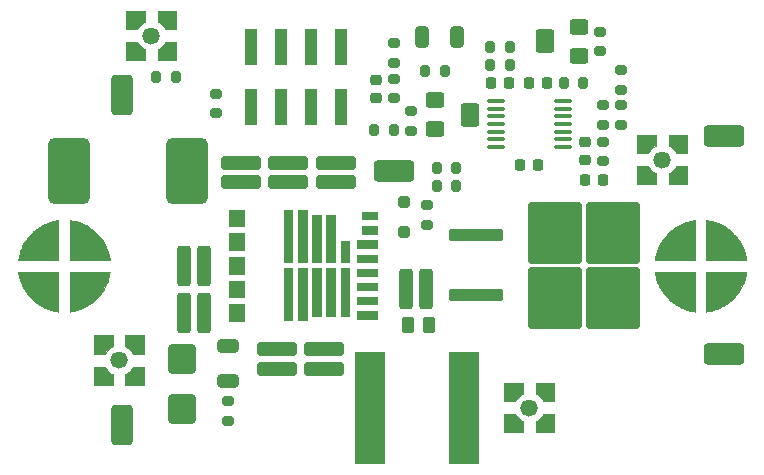
<source format=gbr>
%TF.GenerationSoftware,KiCad,Pcbnew,9.0.6*%
%TF.CreationDate,2026-02-02T20:30:55-05:00*%
%TF.ProjectId,Modular_Load,4d6f6475-6c61-4725-9f4c-6f61642e6b69,rev?*%
%TF.SameCoordinates,Original*%
%TF.FileFunction,Paste,Top*%
%TF.FilePolarity,Positive*%
%FSLAX46Y46*%
G04 Gerber Fmt 4.6, Leading zero omitted, Abs format (unit mm)*
G04 Created by KiCad (PCBNEW 9.0.6) date 2026-02-02 20:30:55*
%MOMM*%
%LPD*%
G01*
G04 APERTURE LIST*
G04 Aperture macros list*
%AMRoundRect*
0 Rectangle with rounded corners*
0 $1 Rounding radius*
0 $2 $3 $4 $5 $6 $7 $8 $9 X,Y pos of 4 corners*
0 Add a 4 corners polygon primitive as box body*
4,1,4,$2,$3,$4,$5,$6,$7,$8,$9,$2,$3,0*
0 Add four circle primitives for the rounded corners*
1,1,$1+$1,$2,$3*
1,1,$1+$1,$4,$5*
1,1,$1+$1,$6,$7*
1,1,$1+$1,$8,$9*
0 Add four rect primitives between the rounded corners*
20,1,$1+$1,$2,$3,$4,$5,0*
20,1,$1+$1,$4,$5,$6,$7,0*
20,1,$1+$1,$6,$7,$8,$9,0*
20,1,$1+$1,$8,$9,$2,$3,0*%
G04 Aperture macros list end*
%ADD10C,0.001000*%
%ADD11C,0.010000*%
%ADD12C,0.000000*%
%ADD13RoundRect,0.250000X-0.337500X-1.450000X0.337500X-1.450000X0.337500X1.450000X-0.337500X1.450000X0*%
%ADD14RoundRect,0.225000X-0.250000X0.225000X-0.250000X-0.225000X0.250000X-0.225000X0.250000X0.225000X0*%
%ADD15C,1.470000*%
%ADD16RoundRect,0.200000X0.200000X0.275000X-0.200000X0.275000X-0.200000X-0.275000X0.200000X-0.275000X0*%
%ADD17RoundRect,0.200000X-0.275000X0.200000X-0.275000X-0.200000X0.275000X-0.200000X0.275000X0.200000X0*%
%ADD18RoundRect,0.500000X-1.250000X-2.300000X1.250000X-2.300000X1.250000X2.300000X-1.250000X2.300000X0*%
%ADD19RoundRect,0.250000X1.450000X0.650000X-1.450000X0.650000X-1.450000X-0.650000X1.450000X-0.650000X0*%
%ADD20RoundRect,0.250000X-0.650000X0.325000X-0.650000X-0.325000X0.650000X-0.325000X0.650000X0.325000X0*%
%ADD21RoundRect,0.200000X-0.200000X-0.275000X0.200000X-0.275000X0.200000X0.275000X-0.200000X0.275000X0*%
%ADD22RoundRect,0.250000X0.550000X-0.400000X0.550000X0.400000X-0.550000X0.400000X-0.550000X-0.400000X0*%
%ADD23RoundRect,0.250000X0.550000X-0.750000X0.550000X0.750000X-0.550000X0.750000X-0.550000X-0.750000X0*%
%ADD24RoundRect,0.250000X-1.450000X0.337500X-1.450000X-0.337500X1.450000X-0.337500X1.450000X0.337500X0*%
%ADD25RoundRect,0.250000X-2.025000X-2.375000X2.025000X-2.375000X2.025000X2.375000X-2.025000X2.375000X0*%
%ADD26RoundRect,0.275000X-2.025000X-0.275000X2.025000X-0.275000X2.025000X0.275000X-2.025000X0.275000X0*%
%ADD27RoundRect,0.250000X1.450000X-0.337500X1.450000X0.337500X-1.450000X0.337500X-1.450000X-0.337500X0*%
%ADD28RoundRect,0.225000X0.225000X0.250000X-0.225000X0.250000X-0.225000X-0.250000X0.225000X-0.250000X0*%
%ADD29RoundRect,0.225000X-0.225000X-0.250000X0.225000X-0.250000X0.225000X0.250000X-0.225000X0.250000X0*%
%ADD30RoundRect,0.100000X0.637500X0.100000X-0.637500X0.100000X-0.637500X-0.100000X0.637500X-0.100000X0*%
%ADD31RoundRect,0.200000X0.275000X-0.200000X0.275000X0.200000X-0.275000X0.200000X-0.275000X-0.200000X0*%
%ADD32RoundRect,0.250000X-0.650000X1.450000X-0.650000X-1.450000X0.650000X-1.450000X0.650000X1.450000X0*%
%ADD33R,1.000000X3.150000*%
%ADD34R,2.500000X9.500000*%
%ADD35RoundRect,0.250000X-0.250000X0.250000X-0.250000X-0.250000X0.250000X-0.250000X0.250000X0.250000X0*%
%ADD36RoundRect,0.250000X-0.325000X-0.650000X0.325000X-0.650000X0.325000X0.650000X-0.325000X0.650000X0*%
%ADD37RoundRect,0.250000X-0.900000X1.000000X-0.900000X-1.000000X0.900000X-1.000000X0.900000X1.000000X0*%
%ADD38RoundRect,0.250000X0.262500X0.450000X-0.262500X0.450000X-0.262500X-0.450000X0.262500X-0.450000X0*%
%ADD39RoundRect,0.250000X-1.450000X-0.650000X1.450000X-0.650000X1.450000X0.650000X-1.450000X0.650000X0*%
%ADD40RoundRect,0.250000X0.337500X1.450000X-0.337500X1.450000X-0.337500X-1.450000X0.337500X-1.450000X0*%
%ADD41RoundRect,0.250000X-0.550000X0.400000X-0.550000X-0.400000X0.550000X-0.400000X0.550000X0.400000X0*%
%ADD42RoundRect,0.250000X-0.550000X0.750000X-0.550000X-0.750000X0.550000X-0.750000X0.550000X0.750000X0*%
G04 APERTURE END LIST*
D10*
%TO.C,J6*%
X100621065Y-88140058D02*
X100753687Y-88331584D01*
X100918416Y-88496313D01*
X101109942Y-88628935D01*
X101215000Y-88679300D01*
X101215000Y-89605000D01*
X99640000Y-89605000D01*
X99640000Y-88035000D01*
X100570700Y-88035000D01*
X100621065Y-88140058D01*
G36*
X100621065Y-88140058D02*
G01*
X100753687Y-88331584D01*
X100918416Y-88496313D01*
X101109942Y-88628935D01*
X101215000Y-88679300D01*
X101215000Y-89605000D01*
X99640000Y-89605000D01*
X99640000Y-88035000D01*
X100570700Y-88035000D01*
X100621065Y-88140058D01*
G37*
X101215000Y-86320700D02*
X101109942Y-86371065D01*
X100918415Y-86503687D01*
X100753687Y-86668415D01*
X100621065Y-86859942D01*
X100570700Y-86965000D01*
X99640000Y-86965000D01*
X99640000Y-85395000D01*
X101215000Y-85395000D01*
X101215000Y-86320700D01*
G36*
X101215000Y-86320700D02*
G01*
X101109942Y-86371065D01*
X100918415Y-86503687D01*
X100753687Y-86668415D01*
X100621065Y-86859942D01*
X100570700Y-86965000D01*
X99640000Y-86965000D01*
X99640000Y-85395000D01*
X101215000Y-85395000D01*
X101215000Y-86320700D01*
G37*
X103860000Y-86965000D02*
X102929300Y-86965000D01*
X102878935Y-86859942D01*
X102746313Y-86668416D01*
X102581584Y-86503687D01*
X102390058Y-86371065D01*
X102285000Y-86320700D01*
X102285000Y-85395000D01*
X103860000Y-85395000D01*
X103860000Y-86965000D01*
G36*
X103860000Y-86965000D02*
G01*
X102929300Y-86965000D01*
X102878935Y-86859942D01*
X102746313Y-86668416D01*
X102581584Y-86503687D01*
X102390058Y-86371065D01*
X102285000Y-86320700D01*
X102285000Y-85395000D01*
X103860000Y-85395000D01*
X103860000Y-86965000D01*
G37*
X103860000Y-89605000D02*
X102285000Y-89605000D01*
X102285000Y-88679300D01*
X102390058Y-88628935D01*
X102581584Y-88496313D01*
X102746313Y-88331584D01*
X102878935Y-88140058D01*
X102929300Y-88035000D01*
X103860000Y-88035000D01*
X103860000Y-89605000D01*
G36*
X103860000Y-89605000D02*
G01*
X102285000Y-89605000D01*
X102285000Y-88679300D01*
X102390058Y-88628935D01*
X102581584Y-88496313D01*
X102746313Y-88331584D01*
X102878935Y-88140058D01*
X102929300Y-88035000D01*
X103860000Y-88035000D01*
X103860000Y-89605000D01*
G37*
D11*
%TO.C,J3*%
X96600000Y-79000000D02*
X93230000Y-79000000D01*
X93235000Y-78960000D01*
X93250000Y-78870000D01*
X93265000Y-78785000D01*
X93280000Y-78705000D01*
X93305000Y-78595000D01*
X93335000Y-78475000D01*
X93375000Y-78340000D01*
X93415000Y-78220000D01*
X93465000Y-78085000D01*
X93510000Y-77975000D01*
X93565000Y-77850000D01*
X93670000Y-77640000D01*
X93750000Y-77500000D01*
X93825000Y-77380000D01*
X93865000Y-77320000D01*
X93940000Y-77215000D01*
X93995000Y-77140000D01*
X94065000Y-77050000D01*
X94145000Y-76955000D01*
X94225000Y-76865000D01*
X94290000Y-76795000D01*
X94370000Y-76715000D01*
X94450000Y-76640000D01*
X94510000Y-76585000D01*
X94565000Y-76535000D01*
X94610000Y-76500000D01*
X94670000Y-76450000D01*
X94745000Y-76390000D01*
X94800000Y-76350000D01*
X94865000Y-76305000D01*
X94965000Y-76235000D01*
X95035000Y-76190000D01*
X95120000Y-76140000D01*
X95185000Y-76100000D01*
X95260000Y-76060000D01*
X95355000Y-76010000D01*
X95430000Y-75975000D01*
X95490000Y-75945000D01*
X95550000Y-75920000D01*
X95720000Y-75850000D01*
X95790000Y-75825000D01*
X95845000Y-75805000D01*
X96005000Y-75755000D01*
X96100000Y-75730000D01*
X96155000Y-75715000D01*
X96240000Y-75695000D01*
X96360000Y-75670000D01*
X96530000Y-75640000D01*
X96600000Y-75630000D01*
X96600000Y-79000000D01*
G36*
X96600000Y-79000000D02*
G01*
X93230000Y-79000000D01*
X93235000Y-78960000D01*
X93250000Y-78870000D01*
X93265000Y-78785000D01*
X93280000Y-78705000D01*
X93305000Y-78595000D01*
X93335000Y-78475000D01*
X93375000Y-78340000D01*
X93415000Y-78220000D01*
X93465000Y-78085000D01*
X93510000Y-77975000D01*
X93565000Y-77850000D01*
X93670000Y-77640000D01*
X93750000Y-77500000D01*
X93825000Y-77380000D01*
X93865000Y-77320000D01*
X93940000Y-77215000D01*
X93995000Y-77140000D01*
X94065000Y-77050000D01*
X94145000Y-76955000D01*
X94225000Y-76865000D01*
X94290000Y-76795000D01*
X94370000Y-76715000D01*
X94450000Y-76640000D01*
X94510000Y-76585000D01*
X94565000Y-76535000D01*
X94610000Y-76500000D01*
X94670000Y-76450000D01*
X94745000Y-76390000D01*
X94800000Y-76350000D01*
X94865000Y-76305000D01*
X94965000Y-76235000D01*
X95035000Y-76190000D01*
X95120000Y-76140000D01*
X95185000Y-76100000D01*
X95260000Y-76060000D01*
X95355000Y-76010000D01*
X95430000Y-75975000D01*
X95490000Y-75945000D01*
X95550000Y-75920000D01*
X95720000Y-75850000D01*
X95790000Y-75825000D01*
X95845000Y-75805000D01*
X96005000Y-75755000D01*
X96100000Y-75730000D01*
X96155000Y-75715000D01*
X96240000Y-75695000D01*
X96360000Y-75670000D01*
X96530000Y-75640000D01*
X96600000Y-75630000D01*
X96600000Y-79000000D01*
G37*
X96600000Y-83370000D02*
X96560000Y-83365000D01*
X96470000Y-83350000D01*
X96385000Y-83335000D01*
X96305000Y-83320000D01*
X96195000Y-83295000D01*
X96075000Y-83265000D01*
X95940000Y-83225000D01*
X95820000Y-83185000D01*
X95685000Y-83135000D01*
X95575000Y-83090000D01*
X95450000Y-83035000D01*
X95240000Y-82930000D01*
X95100000Y-82850000D01*
X94980000Y-82775000D01*
X94920000Y-82735000D01*
X94815000Y-82660000D01*
X94740000Y-82605000D01*
X94650000Y-82535000D01*
X94555000Y-82455000D01*
X94465000Y-82375000D01*
X94395000Y-82310000D01*
X94315000Y-82230000D01*
X94240000Y-82150000D01*
X94185000Y-82090000D01*
X94135000Y-82035000D01*
X94100000Y-81990000D01*
X94050000Y-81930000D01*
X93990000Y-81855000D01*
X93950000Y-81800000D01*
X93905000Y-81735000D01*
X93835000Y-81635000D01*
X93790000Y-81565000D01*
X93740000Y-81480000D01*
X93700000Y-81415000D01*
X93660000Y-81340000D01*
X93610000Y-81245000D01*
X93575000Y-81170000D01*
X93545000Y-81110000D01*
X93520000Y-81050000D01*
X93450000Y-80880000D01*
X93425000Y-80810000D01*
X93405000Y-80755000D01*
X93355000Y-80595000D01*
X93330000Y-80500000D01*
X93315000Y-80445000D01*
X93295000Y-80360000D01*
X93270000Y-80240000D01*
X93240000Y-80070000D01*
X93230000Y-80000000D01*
X96600000Y-80000000D01*
X96600000Y-83370000D01*
G36*
X96600000Y-83370000D02*
G01*
X96560000Y-83365000D01*
X96470000Y-83350000D01*
X96385000Y-83335000D01*
X96305000Y-83320000D01*
X96195000Y-83295000D01*
X96075000Y-83265000D01*
X95940000Y-83225000D01*
X95820000Y-83185000D01*
X95685000Y-83135000D01*
X95575000Y-83090000D01*
X95450000Y-83035000D01*
X95240000Y-82930000D01*
X95100000Y-82850000D01*
X94980000Y-82775000D01*
X94920000Y-82735000D01*
X94815000Y-82660000D01*
X94740000Y-82605000D01*
X94650000Y-82535000D01*
X94555000Y-82455000D01*
X94465000Y-82375000D01*
X94395000Y-82310000D01*
X94315000Y-82230000D01*
X94240000Y-82150000D01*
X94185000Y-82090000D01*
X94135000Y-82035000D01*
X94100000Y-81990000D01*
X94050000Y-81930000D01*
X93990000Y-81855000D01*
X93950000Y-81800000D01*
X93905000Y-81735000D01*
X93835000Y-81635000D01*
X93790000Y-81565000D01*
X93740000Y-81480000D01*
X93700000Y-81415000D01*
X93660000Y-81340000D01*
X93610000Y-81245000D01*
X93575000Y-81170000D01*
X93545000Y-81110000D01*
X93520000Y-81050000D01*
X93450000Y-80880000D01*
X93425000Y-80810000D01*
X93405000Y-80755000D01*
X93355000Y-80595000D01*
X93330000Y-80500000D01*
X93315000Y-80445000D01*
X93295000Y-80360000D01*
X93270000Y-80240000D01*
X93240000Y-80070000D01*
X93230000Y-80000000D01*
X96600000Y-80000000D01*
X96600000Y-83370000D01*
G37*
X97640000Y-75635000D02*
X97730000Y-75650000D01*
X97815000Y-75665000D01*
X97895000Y-75680000D01*
X98005000Y-75705000D01*
X98125000Y-75735000D01*
X98260000Y-75775000D01*
X98380000Y-75815000D01*
X98515000Y-75865000D01*
X98625000Y-75910000D01*
X98750000Y-75965000D01*
X98960000Y-76070000D01*
X99100000Y-76150000D01*
X99220000Y-76225000D01*
X99280000Y-76265000D01*
X99385000Y-76340000D01*
X99460000Y-76395000D01*
X99550000Y-76465000D01*
X99645000Y-76545000D01*
X99735000Y-76625000D01*
X99805000Y-76690000D01*
X99885000Y-76770000D01*
X99960000Y-76850000D01*
X100015000Y-76910000D01*
X100065000Y-76965000D01*
X100100000Y-77010000D01*
X100150000Y-77070000D01*
X100210000Y-77145000D01*
X100250000Y-77200000D01*
X100295000Y-77265000D01*
X100365000Y-77365000D01*
X100410000Y-77435000D01*
X100460000Y-77520000D01*
X100500000Y-77585000D01*
X100540000Y-77660000D01*
X100590000Y-77755000D01*
X100625000Y-77830000D01*
X100655000Y-77890000D01*
X100680000Y-77950000D01*
X100750000Y-78120000D01*
X100775000Y-78190000D01*
X100795000Y-78245000D01*
X100845000Y-78405000D01*
X100870000Y-78500000D01*
X100885000Y-78555000D01*
X100905000Y-78640000D01*
X100930000Y-78760000D01*
X100960000Y-78930000D01*
X100970000Y-79000000D01*
X97600000Y-79000000D01*
X97600000Y-75630000D01*
X97640000Y-75635000D01*
G36*
X97640000Y-75635000D02*
G01*
X97730000Y-75650000D01*
X97815000Y-75665000D01*
X97895000Y-75680000D01*
X98005000Y-75705000D01*
X98125000Y-75735000D01*
X98260000Y-75775000D01*
X98380000Y-75815000D01*
X98515000Y-75865000D01*
X98625000Y-75910000D01*
X98750000Y-75965000D01*
X98960000Y-76070000D01*
X99100000Y-76150000D01*
X99220000Y-76225000D01*
X99280000Y-76265000D01*
X99385000Y-76340000D01*
X99460000Y-76395000D01*
X99550000Y-76465000D01*
X99645000Y-76545000D01*
X99735000Y-76625000D01*
X99805000Y-76690000D01*
X99885000Y-76770000D01*
X99960000Y-76850000D01*
X100015000Y-76910000D01*
X100065000Y-76965000D01*
X100100000Y-77010000D01*
X100150000Y-77070000D01*
X100210000Y-77145000D01*
X100250000Y-77200000D01*
X100295000Y-77265000D01*
X100365000Y-77365000D01*
X100410000Y-77435000D01*
X100460000Y-77520000D01*
X100500000Y-77585000D01*
X100540000Y-77660000D01*
X100590000Y-77755000D01*
X100625000Y-77830000D01*
X100655000Y-77890000D01*
X100680000Y-77950000D01*
X100750000Y-78120000D01*
X100775000Y-78190000D01*
X100795000Y-78245000D01*
X100845000Y-78405000D01*
X100870000Y-78500000D01*
X100885000Y-78555000D01*
X100905000Y-78640000D01*
X100930000Y-78760000D01*
X100960000Y-78930000D01*
X100970000Y-79000000D01*
X97600000Y-79000000D01*
X97600000Y-75630000D01*
X97640000Y-75635000D01*
G37*
X100965000Y-80040000D02*
X100950000Y-80130000D01*
X100935000Y-80215000D01*
X100920000Y-80295000D01*
X100895000Y-80405000D01*
X100865000Y-80525000D01*
X100825000Y-80660000D01*
X100785000Y-80780000D01*
X100735000Y-80915000D01*
X100690000Y-81025000D01*
X100635000Y-81150000D01*
X100530000Y-81360000D01*
X100450000Y-81500000D01*
X100375000Y-81620000D01*
X100335000Y-81680000D01*
X100260000Y-81785000D01*
X100205000Y-81860000D01*
X100135000Y-81950000D01*
X100055000Y-82045000D01*
X99975000Y-82135000D01*
X99910000Y-82205000D01*
X99830000Y-82285000D01*
X99750000Y-82360000D01*
X99690000Y-82415000D01*
X99635000Y-82465000D01*
X99590000Y-82500000D01*
X99530000Y-82550000D01*
X99455000Y-82610000D01*
X99400000Y-82650000D01*
X99335000Y-82695000D01*
X99235000Y-82765000D01*
X99165000Y-82810000D01*
X99080000Y-82860000D01*
X99015000Y-82900000D01*
X98940000Y-82940000D01*
X98845000Y-82990000D01*
X98770000Y-83025000D01*
X98710000Y-83055000D01*
X98650000Y-83080000D01*
X98480000Y-83150000D01*
X98410000Y-83175000D01*
X98355000Y-83195000D01*
X98195000Y-83245000D01*
X98100000Y-83270000D01*
X98045000Y-83285000D01*
X97960000Y-83305000D01*
X97840000Y-83330000D01*
X97670000Y-83360000D01*
X97600000Y-83370000D01*
X97600000Y-80000000D01*
X100970000Y-80000000D01*
X100965000Y-80040000D01*
G36*
X100965000Y-80040000D02*
G01*
X100950000Y-80130000D01*
X100935000Y-80215000D01*
X100920000Y-80295000D01*
X100895000Y-80405000D01*
X100865000Y-80525000D01*
X100825000Y-80660000D01*
X100785000Y-80780000D01*
X100735000Y-80915000D01*
X100690000Y-81025000D01*
X100635000Y-81150000D01*
X100530000Y-81360000D01*
X100450000Y-81500000D01*
X100375000Y-81620000D01*
X100335000Y-81680000D01*
X100260000Y-81785000D01*
X100205000Y-81860000D01*
X100135000Y-81950000D01*
X100055000Y-82045000D01*
X99975000Y-82135000D01*
X99910000Y-82205000D01*
X99830000Y-82285000D01*
X99750000Y-82360000D01*
X99690000Y-82415000D01*
X99635000Y-82465000D01*
X99590000Y-82500000D01*
X99530000Y-82550000D01*
X99455000Y-82610000D01*
X99400000Y-82650000D01*
X99335000Y-82695000D01*
X99235000Y-82765000D01*
X99165000Y-82810000D01*
X99080000Y-82860000D01*
X99015000Y-82900000D01*
X98940000Y-82940000D01*
X98845000Y-82990000D01*
X98770000Y-83025000D01*
X98710000Y-83055000D01*
X98650000Y-83080000D01*
X98480000Y-83150000D01*
X98410000Y-83175000D01*
X98355000Y-83195000D01*
X98195000Y-83245000D01*
X98100000Y-83270000D01*
X98045000Y-83285000D01*
X97960000Y-83305000D01*
X97840000Y-83330000D01*
X97670000Y-83360000D01*
X97600000Y-83370000D01*
X97600000Y-80000000D01*
X100970000Y-80000000D01*
X100965000Y-80040000D01*
G37*
D10*
%TO.C,J2*%
X103371065Y-60640058D02*
X103503687Y-60831584D01*
X103668416Y-60996313D01*
X103859942Y-61128935D01*
X103965000Y-61179300D01*
X103965000Y-62105000D01*
X102390000Y-62105000D01*
X102390000Y-60535000D01*
X103320700Y-60535000D01*
X103371065Y-60640058D01*
G36*
X103371065Y-60640058D02*
G01*
X103503687Y-60831584D01*
X103668416Y-60996313D01*
X103859942Y-61128935D01*
X103965000Y-61179300D01*
X103965000Y-62105000D01*
X102390000Y-62105000D01*
X102390000Y-60535000D01*
X103320700Y-60535000D01*
X103371065Y-60640058D01*
G37*
X103965000Y-58820700D02*
X103859942Y-58871065D01*
X103668415Y-59003687D01*
X103503687Y-59168415D01*
X103371065Y-59359942D01*
X103320700Y-59465000D01*
X102390000Y-59465000D01*
X102390000Y-57895000D01*
X103965000Y-57895000D01*
X103965000Y-58820700D01*
G36*
X103965000Y-58820700D02*
G01*
X103859942Y-58871065D01*
X103668415Y-59003687D01*
X103503687Y-59168415D01*
X103371065Y-59359942D01*
X103320700Y-59465000D01*
X102390000Y-59465000D01*
X102390000Y-57895000D01*
X103965000Y-57895000D01*
X103965000Y-58820700D01*
G37*
X106610000Y-59465000D02*
X105679300Y-59465000D01*
X105628935Y-59359942D01*
X105496313Y-59168416D01*
X105331584Y-59003687D01*
X105140058Y-58871065D01*
X105035000Y-58820700D01*
X105035000Y-57895000D01*
X106610000Y-57895000D01*
X106610000Y-59465000D01*
G36*
X106610000Y-59465000D02*
G01*
X105679300Y-59465000D01*
X105628935Y-59359942D01*
X105496313Y-59168416D01*
X105331584Y-59003687D01*
X105140058Y-58871065D01*
X105035000Y-58820700D01*
X105035000Y-57895000D01*
X106610000Y-57895000D01*
X106610000Y-59465000D01*
G37*
X106610000Y-62105000D02*
X105035000Y-62105000D01*
X105035000Y-61179300D01*
X105140058Y-61128935D01*
X105331584Y-60996313D01*
X105496313Y-60831584D01*
X105628935Y-60640058D01*
X105679300Y-60535000D01*
X106610000Y-60535000D01*
X106610000Y-62105000D01*
G36*
X106610000Y-62105000D02*
G01*
X105035000Y-62105000D01*
X105035000Y-61179300D01*
X105140058Y-61128935D01*
X105331584Y-60996313D01*
X105496313Y-60831584D01*
X105628935Y-60640058D01*
X105679300Y-60535000D01*
X106610000Y-60535000D01*
X106610000Y-62105000D01*
G37*
D11*
%TO.C,J5*%
X150500000Y-79000000D02*
X147130000Y-79000000D01*
X147135000Y-78960000D01*
X147150000Y-78870000D01*
X147165000Y-78785000D01*
X147180000Y-78705000D01*
X147205000Y-78595000D01*
X147235000Y-78475000D01*
X147275000Y-78340000D01*
X147315000Y-78220000D01*
X147365000Y-78085000D01*
X147410000Y-77975000D01*
X147465000Y-77850000D01*
X147570000Y-77640000D01*
X147650000Y-77500000D01*
X147725000Y-77380000D01*
X147765000Y-77320000D01*
X147840000Y-77215000D01*
X147895000Y-77140000D01*
X147965000Y-77050000D01*
X148045000Y-76955000D01*
X148125000Y-76865000D01*
X148190000Y-76795000D01*
X148270000Y-76715000D01*
X148350000Y-76640000D01*
X148410000Y-76585000D01*
X148465000Y-76535000D01*
X148510000Y-76500000D01*
X148570000Y-76450000D01*
X148645000Y-76390000D01*
X148700000Y-76350000D01*
X148765000Y-76305000D01*
X148865000Y-76235000D01*
X148935000Y-76190000D01*
X149020000Y-76140000D01*
X149085000Y-76100000D01*
X149160000Y-76060000D01*
X149255000Y-76010000D01*
X149330000Y-75975000D01*
X149390000Y-75945000D01*
X149450000Y-75920000D01*
X149620000Y-75850000D01*
X149690000Y-75825000D01*
X149745000Y-75805000D01*
X149905000Y-75755000D01*
X150000000Y-75730000D01*
X150055000Y-75715000D01*
X150140000Y-75695000D01*
X150260000Y-75670000D01*
X150430000Y-75640000D01*
X150500000Y-75630000D01*
X150500000Y-79000000D01*
G36*
X150500000Y-79000000D02*
G01*
X147130000Y-79000000D01*
X147135000Y-78960000D01*
X147150000Y-78870000D01*
X147165000Y-78785000D01*
X147180000Y-78705000D01*
X147205000Y-78595000D01*
X147235000Y-78475000D01*
X147275000Y-78340000D01*
X147315000Y-78220000D01*
X147365000Y-78085000D01*
X147410000Y-77975000D01*
X147465000Y-77850000D01*
X147570000Y-77640000D01*
X147650000Y-77500000D01*
X147725000Y-77380000D01*
X147765000Y-77320000D01*
X147840000Y-77215000D01*
X147895000Y-77140000D01*
X147965000Y-77050000D01*
X148045000Y-76955000D01*
X148125000Y-76865000D01*
X148190000Y-76795000D01*
X148270000Y-76715000D01*
X148350000Y-76640000D01*
X148410000Y-76585000D01*
X148465000Y-76535000D01*
X148510000Y-76500000D01*
X148570000Y-76450000D01*
X148645000Y-76390000D01*
X148700000Y-76350000D01*
X148765000Y-76305000D01*
X148865000Y-76235000D01*
X148935000Y-76190000D01*
X149020000Y-76140000D01*
X149085000Y-76100000D01*
X149160000Y-76060000D01*
X149255000Y-76010000D01*
X149330000Y-75975000D01*
X149390000Y-75945000D01*
X149450000Y-75920000D01*
X149620000Y-75850000D01*
X149690000Y-75825000D01*
X149745000Y-75805000D01*
X149905000Y-75755000D01*
X150000000Y-75730000D01*
X150055000Y-75715000D01*
X150140000Y-75695000D01*
X150260000Y-75670000D01*
X150430000Y-75640000D01*
X150500000Y-75630000D01*
X150500000Y-79000000D01*
G37*
X150500000Y-83370000D02*
X150460000Y-83365000D01*
X150370000Y-83350000D01*
X150285000Y-83335000D01*
X150205000Y-83320000D01*
X150095000Y-83295000D01*
X149975000Y-83265000D01*
X149840000Y-83225000D01*
X149720000Y-83185000D01*
X149585000Y-83135000D01*
X149475000Y-83090000D01*
X149350000Y-83035000D01*
X149140000Y-82930000D01*
X149000000Y-82850000D01*
X148880000Y-82775000D01*
X148820000Y-82735000D01*
X148715000Y-82660000D01*
X148640000Y-82605000D01*
X148550000Y-82535000D01*
X148455000Y-82455000D01*
X148365000Y-82375000D01*
X148295000Y-82310000D01*
X148215000Y-82230000D01*
X148140000Y-82150000D01*
X148085000Y-82090000D01*
X148035000Y-82035000D01*
X148000000Y-81990000D01*
X147950000Y-81930000D01*
X147890000Y-81855000D01*
X147850000Y-81800000D01*
X147805000Y-81735000D01*
X147735000Y-81635000D01*
X147690000Y-81565000D01*
X147640000Y-81480000D01*
X147600000Y-81415000D01*
X147560000Y-81340000D01*
X147510000Y-81245000D01*
X147475000Y-81170000D01*
X147445000Y-81110000D01*
X147420000Y-81050000D01*
X147350000Y-80880000D01*
X147325000Y-80810000D01*
X147305000Y-80755000D01*
X147255000Y-80595000D01*
X147230000Y-80500000D01*
X147215000Y-80445000D01*
X147195000Y-80360000D01*
X147170000Y-80240000D01*
X147140000Y-80070000D01*
X147130000Y-80000000D01*
X150500000Y-80000000D01*
X150500000Y-83370000D01*
G36*
X150500000Y-83370000D02*
G01*
X150460000Y-83365000D01*
X150370000Y-83350000D01*
X150285000Y-83335000D01*
X150205000Y-83320000D01*
X150095000Y-83295000D01*
X149975000Y-83265000D01*
X149840000Y-83225000D01*
X149720000Y-83185000D01*
X149585000Y-83135000D01*
X149475000Y-83090000D01*
X149350000Y-83035000D01*
X149140000Y-82930000D01*
X149000000Y-82850000D01*
X148880000Y-82775000D01*
X148820000Y-82735000D01*
X148715000Y-82660000D01*
X148640000Y-82605000D01*
X148550000Y-82535000D01*
X148455000Y-82455000D01*
X148365000Y-82375000D01*
X148295000Y-82310000D01*
X148215000Y-82230000D01*
X148140000Y-82150000D01*
X148085000Y-82090000D01*
X148035000Y-82035000D01*
X148000000Y-81990000D01*
X147950000Y-81930000D01*
X147890000Y-81855000D01*
X147850000Y-81800000D01*
X147805000Y-81735000D01*
X147735000Y-81635000D01*
X147690000Y-81565000D01*
X147640000Y-81480000D01*
X147600000Y-81415000D01*
X147560000Y-81340000D01*
X147510000Y-81245000D01*
X147475000Y-81170000D01*
X147445000Y-81110000D01*
X147420000Y-81050000D01*
X147350000Y-80880000D01*
X147325000Y-80810000D01*
X147305000Y-80755000D01*
X147255000Y-80595000D01*
X147230000Y-80500000D01*
X147215000Y-80445000D01*
X147195000Y-80360000D01*
X147170000Y-80240000D01*
X147140000Y-80070000D01*
X147130000Y-80000000D01*
X150500000Y-80000000D01*
X150500000Y-83370000D01*
G37*
X151540000Y-75635000D02*
X151630000Y-75650000D01*
X151715000Y-75665000D01*
X151795000Y-75680000D01*
X151905000Y-75705000D01*
X152025000Y-75735000D01*
X152160000Y-75775000D01*
X152280000Y-75815000D01*
X152415000Y-75865000D01*
X152525000Y-75910000D01*
X152650000Y-75965000D01*
X152860000Y-76070000D01*
X153000000Y-76150000D01*
X153120000Y-76225000D01*
X153180000Y-76265000D01*
X153285000Y-76340000D01*
X153360000Y-76395000D01*
X153450000Y-76465000D01*
X153545000Y-76545000D01*
X153635000Y-76625000D01*
X153705000Y-76690000D01*
X153785000Y-76770000D01*
X153860000Y-76850000D01*
X153915000Y-76910000D01*
X153965000Y-76965000D01*
X154000000Y-77010000D01*
X154050000Y-77070000D01*
X154110000Y-77145000D01*
X154150000Y-77200000D01*
X154195000Y-77265000D01*
X154265000Y-77365000D01*
X154310000Y-77435000D01*
X154360000Y-77520000D01*
X154400000Y-77585000D01*
X154440000Y-77660000D01*
X154490000Y-77755000D01*
X154525000Y-77830000D01*
X154555000Y-77890000D01*
X154580000Y-77950000D01*
X154650000Y-78120000D01*
X154675000Y-78190000D01*
X154695000Y-78245000D01*
X154745000Y-78405000D01*
X154770000Y-78500000D01*
X154785000Y-78555000D01*
X154805000Y-78640000D01*
X154830000Y-78760000D01*
X154860000Y-78930000D01*
X154870000Y-79000000D01*
X151500000Y-79000000D01*
X151500000Y-75630000D01*
X151540000Y-75635000D01*
G36*
X151540000Y-75635000D02*
G01*
X151630000Y-75650000D01*
X151715000Y-75665000D01*
X151795000Y-75680000D01*
X151905000Y-75705000D01*
X152025000Y-75735000D01*
X152160000Y-75775000D01*
X152280000Y-75815000D01*
X152415000Y-75865000D01*
X152525000Y-75910000D01*
X152650000Y-75965000D01*
X152860000Y-76070000D01*
X153000000Y-76150000D01*
X153120000Y-76225000D01*
X153180000Y-76265000D01*
X153285000Y-76340000D01*
X153360000Y-76395000D01*
X153450000Y-76465000D01*
X153545000Y-76545000D01*
X153635000Y-76625000D01*
X153705000Y-76690000D01*
X153785000Y-76770000D01*
X153860000Y-76850000D01*
X153915000Y-76910000D01*
X153965000Y-76965000D01*
X154000000Y-77010000D01*
X154050000Y-77070000D01*
X154110000Y-77145000D01*
X154150000Y-77200000D01*
X154195000Y-77265000D01*
X154265000Y-77365000D01*
X154310000Y-77435000D01*
X154360000Y-77520000D01*
X154400000Y-77585000D01*
X154440000Y-77660000D01*
X154490000Y-77755000D01*
X154525000Y-77830000D01*
X154555000Y-77890000D01*
X154580000Y-77950000D01*
X154650000Y-78120000D01*
X154675000Y-78190000D01*
X154695000Y-78245000D01*
X154745000Y-78405000D01*
X154770000Y-78500000D01*
X154785000Y-78555000D01*
X154805000Y-78640000D01*
X154830000Y-78760000D01*
X154860000Y-78930000D01*
X154870000Y-79000000D01*
X151500000Y-79000000D01*
X151500000Y-75630000D01*
X151540000Y-75635000D01*
G37*
X154865000Y-80040000D02*
X154850000Y-80130000D01*
X154835000Y-80215000D01*
X154820000Y-80295000D01*
X154795000Y-80405000D01*
X154765000Y-80525000D01*
X154725000Y-80660000D01*
X154685000Y-80780000D01*
X154635000Y-80915000D01*
X154590000Y-81025000D01*
X154535000Y-81150000D01*
X154430000Y-81360000D01*
X154350000Y-81500000D01*
X154275000Y-81620000D01*
X154235000Y-81680000D01*
X154160000Y-81785000D01*
X154105000Y-81860000D01*
X154035000Y-81950000D01*
X153955000Y-82045000D01*
X153875000Y-82135000D01*
X153810000Y-82205000D01*
X153730000Y-82285000D01*
X153650000Y-82360000D01*
X153590000Y-82415000D01*
X153535000Y-82465000D01*
X153490000Y-82500000D01*
X153430000Y-82550000D01*
X153355000Y-82610000D01*
X153300000Y-82650000D01*
X153235000Y-82695000D01*
X153135000Y-82765000D01*
X153065000Y-82810000D01*
X152980000Y-82860000D01*
X152915000Y-82900000D01*
X152840000Y-82940000D01*
X152745000Y-82990000D01*
X152670000Y-83025000D01*
X152610000Y-83055000D01*
X152550000Y-83080000D01*
X152380000Y-83150000D01*
X152310000Y-83175000D01*
X152255000Y-83195000D01*
X152095000Y-83245000D01*
X152000000Y-83270000D01*
X151945000Y-83285000D01*
X151860000Y-83305000D01*
X151740000Y-83330000D01*
X151570000Y-83360000D01*
X151500000Y-83370000D01*
X151500000Y-80000000D01*
X154870000Y-80000000D01*
X154865000Y-80040000D01*
G36*
X154865000Y-80040000D02*
G01*
X154850000Y-80130000D01*
X154835000Y-80215000D01*
X154820000Y-80295000D01*
X154795000Y-80405000D01*
X154765000Y-80525000D01*
X154725000Y-80660000D01*
X154685000Y-80780000D01*
X154635000Y-80915000D01*
X154590000Y-81025000D01*
X154535000Y-81150000D01*
X154430000Y-81360000D01*
X154350000Y-81500000D01*
X154275000Y-81620000D01*
X154235000Y-81680000D01*
X154160000Y-81785000D01*
X154105000Y-81860000D01*
X154035000Y-81950000D01*
X153955000Y-82045000D01*
X153875000Y-82135000D01*
X153810000Y-82205000D01*
X153730000Y-82285000D01*
X153650000Y-82360000D01*
X153590000Y-82415000D01*
X153535000Y-82465000D01*
X153490000Y-82500000D01*
X153430000Y-82550000D01*
X153355000Y-82610000D01*
X153300000Y-82650000D01*
X153235000Y-82695000D01*
X153135000Y-82765000D01*
X153065000Y-82810000D01*
X152980000Y-82860000D01*
X152915000Y-82900000D01*
X152840000Y-82940000D01*
X152745000Y-82990000D01*
X152670000Y-83025000D01*
X152610000Y-83055000D01*
X152550000Y-83080000D01*
X152380000Y-83150000D01*
X152310000Y-83175000D01*
X152255000Y-83195000D01*
X152095000Y-83245000D01*
X152000000Y-83270000D01*
X151945000Y-83285000D01*
X151860000Y-83305000D01*
X151740000Y-83330000D01*
X151570000Y-83360000D01*
X151500000Y-83370000D01*
X151500000Y-80000000D01*
X154870000Y-80000000D01*
X154865000Y-80040000D01*
G37*
D12*
%TO.C,Q2*%
G36*
X112400000Y-76249996D02*
G01*
X111050000Y-76249996D01*
X111050000Y-74749993D01*
X112400000Y-74749993D01*
X112400000Y-76249996D01*
G37*
G36*
X112400000Y-78249996D02*
G01*
X111050000Y-78249996D01*
X111050000Y-76749993D01*
X112400000Y-76749993D01*
X112400000Y-78249996D01*
G37*
G36*
X112400000Y-80249996D02*
G01*
X111050000Y-80249996D01*
X111050000Y-78749996D01*
X112400000Y-78749996D01*
X112400000Y-80249996D01*
G37*
G36*
X112400000Y-82249999D02*
G01*
X111050000Y-82249999D01*
X111050000Y-80749996D01*
X112400000Y-80749996D01*
X112400000Y-82249999D01*
G37*
G36*
X112400000Y-84249999D02*
G01*
X111050000Y-84249999D01*
X111050000Y-82749996D01*
X112400000Y-82749996D01*
X112400000Y-84249999D01*
G37*
G36*
X116525000Y-79300000D02*
G01*
X115725000Y-79300000D01*
X115725000Y-74800000D01*
X116525000Y-74800000D01*
X116525000Y-79300000D01*
G37*
G36*
X116525000Y-84199999D02*
G01*
X115725000Y-84199999D01*
X115725000Y-79699999D01*
X116525000Y-79699999D01*
X116525000Y-84199999D01*
G37*
G36*
X117725000Y-79300000D02*
G01*
X116925000Y-79300000D01*
X116925000Y-74800000D01*
X117725000Y-74800000D01*
X117725000Y-79300000D01*
G37*
G36*
X117725000Y-84199999D02*
G01*
X116925000Y-84199999D01*
X116925000Y-79699999D01*
X117725000Y-79699999D01*
X117725000Y-84199999D01*
G37*
G36*
X118925000Y-79299993D02*
G01*
X118125000Y-79299993D01*
X118125000Y-75199996D01*
X118925000Y-75199996D01*
X118925000Y-79299993D01*
G37*
G36*
X118925000Y-83799996D02*
G01*
X118125000Y-83799996D01*
X118125000Y-79699996D01*
X118925000Y-79699996D01*
X118925000Y-83799996D01*
G37*
G36*
X120125000Y-79299993D02*
G01*
X119325000Y-79299993D01*
X119325000Y-75199996D01*
X120125000Y-75199996D01*
X120125000Y-79299993D01*
G37*
G36*
X120125000Y-83799996D02*
G01*
X119325000Y-83799996D01*
X119325000Y-79699996D01*
X120125000Y-79699996D01*
X120125000Y-83799996D01*
G37*
G36*
X121325000Y-79299993D02*
G01*
X120525000Y-79299993D01*
X120525000Y-77399996D01*
X121325000Y-77399996D01*
X121325000Y-79299993D01*
G37*
G36*
X121325000Y-83799996D02*
G01*
X120525000Y-83799996D01*
X120525000Y-79699996D01*
X121325000Y-79699996D01*
X121325000Y-83799996D01*
G37*
G36*
X123725000Y-78049996D02*
G01*
X121925000Y-78049996D01*
X121925000Y-77349996D01*
X123725000Y-77349996D01*
X123725000Y-78049996D01*
G37*
G36*
X123725000Y-79249996D02*
G01*
X121925000Y-79249996D01*
X121925000Y-78549996D01*
X123725000Y-78549996D01*
X123725000Y-79249996D01*
G37*
G36*
X123725000Y-80449996D02*
G01*
X121925000Y-80449996D01*
X121925000Y-79749996D01*
X123725000Y-79749996D01*
X123725000Y-80449996D01*
G37*
G36*
X123725000Y-81649996D02*
G01*
X121925000Y-81649996D01*
X121925000Y-80949996D01*
X123725000Y-80949996D01*
X123725000Y-81649996D01*
G37*
G36*
X123725000Y-82849996D02*
G01*
X121925000Y-82849996D01*
X121925000Y-82149996D01*
X123725000Y-82149996D01*
X123725000Y-82849996D01*
G37*
G36*
X123725000Y-84049996D02*
G01*
X121925000Y-84049996D01*
X121925000Y-83349996D01*
X123725000Y-83349996D01*
X123725000Y-84049996D01*
G37*
G36*
X123725000Y-75649996D02*
G01*
X122325000Y-75649996D01*
X122325000Y-74949996D01*
X123725000Y-74949996D01*
X123725000Y-75649996D01*
G37*
G36*
X123725000Y-76849996D02*
G01*
X122325000Y-76849996D01*
X122325000Y-76149996D01*
X123725000Y-76149996D01*
X123725000Y-76849996D01*
G37*
D10*
%TO.C,J7*%
X146621065Y-71140058D02*
X146753687Y-71331584D01*
X146918416Y-71496313D01*
X147109942Y-71628935D01*
X147215000Y-71679300D01*
X147215000Y-72605000D01*
X145640000Y-72605000D01*
X145640000Y-71035000D01*
X146570700Y-71035000D01*
X146621065Y-71140058D01*
G36*
X146621065Y-71140058D02*
G01*
X146753687Y-71331584D01*
X146918416Y-71496313D01*
X147109942Y-71628935D01*
X147215000Y-71679300D01*
X147215000Y-72605000D01*
X145640000Y-72605000D01*
X145640000Y-71035000D01*
X146570700Y-71035000D01*
X146621065Y-71140058D01*
G37*
X147215000Y-69320700D02*
X147109942Y-69371065D01*
X146918415Y-69503687D01*
X146753687Y-69668415D01*
X146621065Y-69859942D01*
X146570700Y-69965000D01*
X145640000Y-69965000D01*
X145640000Y-68395000D01*
X147215000Y-68395000D01*
X147215000Y-69320700D01*
G36*
X147215000Y-69320700D02*
G01*
X147109942Y-69371065D01*
X146918415Y-69503687D01*
X146753687Y-69668415D01*
X146621065Y-69859942D01*
X146570700Y-69965000D01*
X145640000Y-69965000D01*
X145640000Y-68395000D01*
X147215000Y-68395000D01*
X147215000Y-69320700D01*
G37*
X149860000Y-69965000D02*
X148929300Y-69965000D01*
X148878935Y-69859942D01*
X148746313Y-69668416D01*
X148581584Y-69503687D01*
X148390058Y-69371065D01*
X148285000Y-69320700D01*
X148285000Y-68395000D01*
X149860000Y-68395000D01*
X149860000Y-69965000D01*
G36*
X149860000Y-69965000D02*
G01*
X148929300Y-69965000D01*
X148878935Y-69859942D01*
X148746313Y-69668416D01*
X148581584Y-69503687D01*
X148390058Y-69371065D01*
X148285000Y-69320700D01*
X148285000Y-68395000D01*
X149860000Y-68395000D01*
X149860000Y-69965000D01*
G37*
X149860000Y-72605000D02*
X148285000Y-72605000D01*
X148285000Y-71679300D01*
X148390058Y-71628935D01*
X148581584Y-71496313D01*
X148746313Y-71331584D01*
X148878935Y-71140058D01*
X148929300Y-71035000D01*
X149860000Y-71035000D01*
X149860000Y-72605000D01*
G36*
X149860000Y-72605000D02*
G01*
X148285000Y-72605000D01*
X148285000Y-71679300D01*
X148390058Y-71628935D01*
X148581584Y-71496313D01*
X148746313Y-71331584D01*
X148878935Y-71140058D01*
X148929300Y-71035000D01*
X149860000Y-71035000D01*
X149860000Y-72605000D01*
G37*
%TO.C,J4*%
X135371065Y-92140058D02*
X135503687Y-92331584D01*
X135668416Y-92496313D01*
X135859942Y-92628935D01*
X135965000Y-92679300D01*
X135965000Y-93605000D01*
X134390000Y-93605000D01*
X134390000Y-92035000D01*
X135320700Y-92035000D01*
X135371065Y-92140058D01*
G36*
X135371065Y-92140058D02*
G01*
X135503687Y-92331584D01*
X135668416Y-92496313D01*
X135859942Y-92628935D01*
X135965000Y-92679300D01*
X135965000Y-93605000D01*
X134390000Y-93605000D01*
X134390000Y-92035000D01*
X135320700Y-92035000D01*
X135371065Y-92140058D01*
G37*
X135965000Y-90320700D02*
X135859942Y-90371065D01*
X135668415Y-90503687D01*
X135503687Y-90668415D01*
X135371065Y-90859942D01*
X135320700Y-90965000D01*
X134390000Y-90965000D01*
X134390000Y-89395000D01*
X135965000Y-89395000D01*
X135965000Y-90320700D01*
G36*
X135965000Y-90320700D02*
G01*
X135859942Y-90371065D01*
X135668415Y-90503687D01*
X135503687Y-90668415D01*
X135371065Y-90859942D01*
X135320700Y-90965000D01*
X134390000Y-90965000D01*
X134390000Y-89395000D01*
X135965000Y-89395000D01*
X135965000Y-90320700D01*
G37*
X138610000Y-90965000D02*
X137679300Y-90965000D01*
X137628935Y-90859942D01*
X137496313Y-90668416D01*
X137331584Y-90503687D01*
X137140058Y-90371065D01*
X137035000Y-90320700D01*
X137035000Y-89395000D01*
X138610000Y-89395000D01*
X138610000Y-90965000D01*
G36*
X138610000Y-90965000D02*
G01*
X137679300Y-90965000D01*
X137628935Y-90859942D01*
X137496313Y-90668416D01*
X137331584Y-90503687D01*
X137140058Y-90371065D01*
X137035000Y-90320700D01*
X137035000Y-89395000D01*
X138610000Y-89395000D01*
X138610000Y-90965000D01*
G37*
X138610000Y-93605000D02*
X137035000Y-93605000D01*
X137035000Y-92679300D01*
X137140058Y-92628935D01*
X137331584Y-92496313D01*
X137496313Y-92331584D01*
X137628935Y-92140058D01*
X137679300Y-92035000D01*
X138610000Y-92035000D01*
X138610000Y-93605000D01*
G36*
X138610000Y-93605000D02*
G01*
X137035000Y-93605000D01*
X137035000Y-92679300D01*
X137140058Y-92628935D01*
X137331584Y-92496313D01*
X137496313Y-92331584D01*
X137628935Y-92140058D01*
X137679300Y-92035000D01*
X138610000Y-92035000D01*
X138610000Y-93605000D01*
G37*
%TD*%
D13*
%TO.C,TJ1*%
X126062500Y-81500000D03*
X127737500Y-81500000D03*
%TD*%
D14*
%TO.C,C2*%
X123500000Y-63725000D03*
X123500000Y-65275000D03*
%TD*%
D15*
%TO.C,J6*%
X101750000Y-87500000D03*
%TD*%
D16*
%TO.C,R13*%
X134825000Y-61000000D03*
X133175000Y-61000000D03*
%TD*%
D17*
%TO.C,R8*%
X142750000Y-68975000D03*
X142750000Y-70625000D03*
%TD*%
D18*
%TO.C,F1*%
X97500000Y-71500000D03*
X107500000Y-71500000D03*
%TD*%
D19*
%TO.C,TP9*%
X153000000Y-68500000D03*
%TD*%
D16*
%TO.C,R3*%
X106575000Y-63500000D03*
X104925000Y-63500000D03*
%TD*%
D20*
%TO.C,C8*%
X111000000Y-86325000D03*
X111000000Y-89275000D03*
%TD*%
D21*
%TO.C,R14*%
X139425000Y-64000000D03*
X141075000Y-64000000D03*
%TD*%
D22*
%TO.C,RV1*%
X128550000Y-65450000D03*
D23*
X131450000Y-66700000D03*
D22*
X128550000Y-67950000D03*
%TD*%
D24*
%TO.C,TJ2*%
X115100000Y-86562500D03*
X115100000Y-88237500D03*
%TD*%
D16*
%TO.C,R18*%
X130325000Y-72750000D03*
X128675000Y-72750000D03*
%TD*%
D17*
%TO.C,R15*%
X142500000Y-59675000D03*
X142500000Y-61325000D03*
%TD*%
D25*
%TO.C,R1*%
X138700000Y-76685000D03*
X138700000Y-82235000D03*
X143550000Y-76685000D03*
X143550000Y-82235000D03*
D26*
X131975000Y-76920000D03*
X131975000Y-82000000D03*
%TD*%
D17*
%TO.C,R7*%
X125000000Y-60675000D03*
X125000000Y-62325000D03*
%TD*%
D21*
%TO.C,R21*%
X123350000Y-68000000D03*
X125000000Y-68000000D03*
%TD*%
D27*
%TO.C,TJ4*%
X112100000Y-72437500D03*
X112100000Y-70762500D03*
%TD*%
D17*
%TO.C,R2*%
X127800000Y-74375000D03*
X127800000Y-76025000D03*
%TD*%
%TO.C,R9*%
X125000000Y-63675000D03*
X125000000Y-65325000D03*
%TD*%
D15*
%TO.C,J2*%
X104500000Y-60000000D03*
%TD*%
D28*
%TO.C,C9*%
X138025000Y-64000000D03*
X136475000Y-64000000D03*
%TD*%
D29*
%TO.C,C7*%
X133225000Y-64000000D03*
X134775000Y-64000000D03*
%TD*%
D14*
%TO.C,C6*%
X141250000Y-69025000D03*
X141250000Y-70575000D03*
%TD*%
D17*
%TO.C,R10*%
X126500000Y-66425000D03*
X126500000Y-68075000D03*
%TD*%
D30*
%TO.C,U1*%
X139362500Y-69450000D03*
X139362500Y-68800000D03*
X139362500Y-68150000D03*
X139362500Y-67500000D03*
X139362500Y-66850000D03*
X139362500Y-66200000D03*
X139362500Y-65550000D03*
X133637500Y-65550000D03*
X133637500Y-66200000D03*
X133637500Y-66850000D03*
X133637500Y-67500000D03*
X133637500Y-68150000D03*
X133637500Y-68800000D03*
X133637500Y-69450000D03*
%TD*%
D24*
%TO.C,TJ3*%
X119100000Y-86562500D03*
X119100000Y-88237500D03*
%TD*%
D31*
%TO.C,R16*%
X111000000Y-92625000D03*
X111000000Y-90975000D03*
%TD*%
D15*
%TO.C,J7*%
X147750000Y-70500000D03*
%TD*%
D32*
%TO.C,TP6*%
X102000000Y-93000000D03*
%TD*%
D33*
%TO.C,J1*%
X112940000Y-66025000D03*
X112940000Y-60975000D03*
X115480000Y-66025000D03*
X115480000Y-60975000D03*
X118020000Y-66025000D03*
X118020000Y-60975000D03*
X120560000Y-66025000D03*
X120560000Y-60975000D03*
%TD*%
D15*
%TO.C,J4*%
X136500000Y-91500000D03*
%TD*%
D34*
%TO.C,L1*%
X123050000Y-91500000D03*
X130950000Y-91500000D03*
%TD*%
D27*
%TO.C,TJ6*%
X120100000Y-72437500D03*
X120100000Y-70762500D03*
%TD*%
D35*
%TO.C,D2*%
X125900000Y-74100000D03*
X125900000Y-76600000D03*
%TD*%
D36*
%TO.C,C1*%
X127425000Y-60100000D03*
X130375000Y-60100000D03*
%TD*%
D16*
%TO.C,R5*%
X130325000Y-71250000D03*
X128675000Y-71250000D03*
%TD*%
D31*
%TO.C,R19*%
X144250000Y-64575000D03*
X144250000Y-62925000D03*
%TD*%
D32*
%TO.C,TP10*%
X102000000Y-65000000D03*
%TD*%
D28*
%TO.C,C3*%
X137275000Y-71000000D03*
X135725000Y-71000000D03*
%TD*%
D17*
%TO.C,R4*%
X142750000Y-65925000D03*
X142750000Y-67575000D03*
%TD*%
D19*
%TO.C,TP4*%
X125000000Y-71500000D03*
%TD*%
D31*
%TO.C,R20*%
X144250000Y-67575000D03*
X144250000Y-65925000D03*
%TD*%
D37*
%TO.C,D1*%
X107125000Y-87350000D03*
X107125000Y-91650000D03*
%TD*%
D38*
%TO.C,R17*%
X128037500Y-84500000D03*
X126212500Y-84500000D03*
%TD*%
D39*
%TO.C,TP7*%
X153000000Y-87000000D03*
%TD*%
D40*
%TO.C,TJ8*%
X108962500Y-79500000D03*
X107287500Y-79500000D03*
%TD*%
D21*
%TO.C,R12*%
X133175000Y-62500000D03*
X134825000Y-62500000D03*
%TD*%
D41*
%TO.C,RV2*%
X140700000Y-61750000D03*
D42*
X137800000Y-60500000D03*
D41*
X140700000Y-59250000D03*
%TD*%
D40*
%TO.C,TJ7*%
X108962500Y-83500000D03*
X107287500Y-83500000D03*
%TD*%
D28*
%TO.C,C4*%
X142775000Y-72200000D03*
X141225000Y-72200000D03*
%TD*%
D16*
%TO.C,R11*%
X129325000Y-63000000D03*
X127675000Y-63000000D03*
%TD*%
D17*
%TO.C,R6*%
X110000000Y-64925000D03*
X110000000Y-66575000D03*
%TD*%
D27*
%TO.C,TJ5*%
X116100000Y-72437500D03*
X116100000Y-70762500D03*
%TD*%
M02*

</source>
